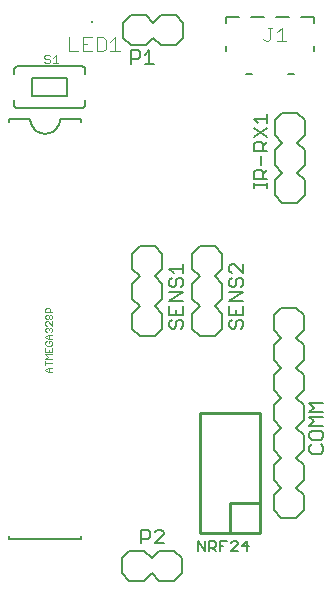
<source format=gto>
G75*
%MOIN*%
%OFA0B0*%
%FSLAX24Y24*%
%IPPOS*%
%LPD*%
%AMOC8*
5,1,8,0,0,1.08239X$1,22.5*
%
%ADD10C,0.0050*%
%ADD11C,0.0040*%
%ADD12C,0.0080*%
%ADD13R,0.0079X0.0079*%
%ADD14C,0.0100*%
%ADD15C,0.0070*%
%ADD16C,0.0020*%
D10*
X009974Y008320D02*
X009974Y008770D01*
X010199Y008770D01*
X010274Y008695D01*
X010274Y008545D01*
X010199Y008470D01*
X009974Y008470D01*
X010434Y008320D02*
X010734Y008620D01*
X010734Y008695D01*
X010659Y008770D01*
X010509Y008770D01*
X010434Y008695D01*
X010434Y008320D02*
X010734Y008320D01*
X015593Y011391D02*
X015668Y011316D01*
X015969Y011316D01*
X016044Y011391D01*
X016044Y011541D01*
X015969Y011617D01*
X015969Y011777D02*
X015668Y011777D01*
X015593Y011852D01*
X015593Y012002D01*
X015668Y012077D01*
X015969Y012077D01*
X016044Y012002D01*
X016044Y011852D01*
X015969Y011777D01*
X015668Y011617D02*
X015593Y011541D01*
X015593Y011391D01*
X015593Y012237D02*
X015743Y012387D01*
X015593Y012537D01*
X016044Y012537D01*
X016044Y012697D02*
X015593Y012697D01*
X015743Y012848D01*
X015593Y012998D01*
X016044Y012998D01*
X016044Y012237D02*
X015593Y012237D01*
X013300Y015483D02*
X013375Y015558D01*
X013375Y015708D01*
X013300Y015783D01*
X013225Y015783D01*
X013150Y015708D01*
X013150Y015558D01*
X013075Y015483D01*
X013000Y015483D01*
X012925Y015558D01*
X012925Y015708D01*
X013000Y015783D01*
X012925Y015943D02*
X013375Y015943D01*
X013375Y016244D01*
X013375Y016404D02*
X012925Y016404D01*
X013375Y016704D01*
X012925Y016704D01*
X013000Y016864D02*
X013075Y016864D01*
X013150Y016939D01*
X013150Y017089D01*
X013225Y017164D01*
X013300Y017164D01*
X013375Y017089D01*
X013375Y016939D01*
X013300Y016864D01*
X013000Y016864D02*
X012925Y016939D01*
X012925Y017089D01*
X013000Y017164D01*
X013000Y017325D02*
X012925Y017400D01*
X012925Y017550D01*
X013000Y017625D01*
X013075Y017625D01*
X013375Y017325D01*
X013375Y017625D01*
X012925Y016244D02*
X012925Y015943D01*
X013150Y015943D02*
X013150Y016094D01*
X011375Y015943D02*
X011375Y016244D01*
X011375Y016404D02*
X010925Y016404D01*
X011375Y016704D01*
X010925Y016704D01*
X011000Y016864D02*
X011075Y016864D01*
X011150Y016939D01*
X011150Y017089D01*
X011225Y017164D01*
X011300Y017164D01*
X011375Y017089D01*
X011375Y016939D01*
X011300Y016864D01*
X011000Y016864D02*
X010925Y016939D01*
X010925Y017089D01*
X011000Y017164D01*
X011075Y017325D02*
X010925Y017475D01*
X011375Y017475D01*
X011375Y017325D02*
X011375Y017625D01*
X010925Y016244D02*
X010925Y015943D01*
X011375Y015943D01*
X011300Y015783D02*
X011375Y015708D01*
X011375Y015558D01*
X011300Y015483D01*
X011150Y015558D02*
X011150Y015708D01*
X011225Y015783D01*
X011300Y015783D01*
X011150Y015943D02*
X011150Y016094D01*
X011000Y015783D02*
X010925Y015708D01*
X010925Y015558D01*
X011000Y015483D01*
X011075Y015483D01*
X011150Y015558D01*
X013735Y020175D02*
X013735Y020325D01*
X013735Y020250D02*
X014185Y020250D01*
X014185Y020175D02*
X014185Y020325D01*
X014185Y020482D02*
X013735Y020482D01*
X013735Y020707D01*
X013810Y020782D01*
X013960Y020782D01*
X014035Y020707D01*
X014035Y020482D01*
X014035Y020632D02*
X014185Y020782D01*
X013960Y020942D02*
X013960Y021243D01*
X014035Y021403D02*
X014035Y021628D01*
X013960Y021703D01*
X013810Y021703D01*
X013735Y021628D01*
X013735Y021403D01*
X014185Y021403D01*
X014035Y021553D02*
X014185Y021703D01*
X014185Y021863D02*
X013735Y022163D01*
X013885Y022323D02*
X013735Y022474D01*
X014185Y022474D01*
X014185Y022624D02*
X014185Y022323D01*
X014185Y022163D02*
X013735Y021863D01*
X013689Y023961D02*
X013473Y023961D01*
X012804Y024749D02*
X012804Y024906D01*
X012804Y025654D02*
X012804Y025851D01*
X013247Y025851D01*
X013640Y025851D02*
X014083Y025851D01*
X014477Y025851D02*
X014920Y025851D01*
X015313Y025851D02*
X015756Y025851D01*
X015756Y025654D01*
X015756Y024906D02*
X015756Y024749D01*
X015087Y023961D02*
X014871Y023961D01*
X010396Y024311D02*
X010096Y024311D01*
X010246Y024311D02*
X010246Y024762D01*
X010096Y024612D01*
X009936Y024687D02*
X009936Y024536D01*
X009861Y024461D01*
X009635Y024461D01*
X009635Y024311D02*
X009635Y024762D01*
X009861Y024762D01*
X009936Y024687D01*
D11*
X009263Y024725D02*
X008956Y024725D01*
X009110Y024725D02*
X009110Y025185D01*
X008956Y025032D01*
X008803Y025109D02*
X008726Y025185D01*
X008496Y025185D01*
X008496Y024725D01*
X008726Y024725D01*
X008803Y024802D01*
X008803Y025109D01*
X008342Y025185D02*
X008035Y025185D01*
X008035Y024725D01*
X008342Y024725D01*
X008189Y024955D02*
X008035Y024955D01*
X007882Y024725D02*
X007575Y024725D01*
X007575Y025185D01*
X014050Y025127D02*
X014127Y025050D01*
X014203Y025050D01*
X014280Y025127D01*
X014280Y025510D01*
X014203Y025510D02*
X014357Y025510D01*
X014510Y025357D02*
X014664Y025510D01*
X014664Y025050D01*
X014817Y025050D02*
X014510Y025050D01*
D12*
X005580Y008580D02*
X005580Y008480D01*
X007980Y008480D01*
X007980Y008580D01*
X009330Y007830D02*
X009330Y007330D01*
X009580Y007080D01*
X010080Y007080D01*
X010330Y007330D01*
X010580Y007080D01*
X011080Y007080D01*
X011330Y007330D01*
X011330Y007830D01*
X011080Y008080D01*
X010580Y008080D01*
X010330Y007830D01*
X010080Y008080D01*
X009580Y008080D01*
X009330Y007830D01*
X014394Y009430D02*
X014644Y009180D01*
X015144Y009180D01*
X015394Y009430D01*
X015394Y009930D01*
X015144Y010180D01*
X015394Y010430D01*
X015394Y010930D01*
X015144Y011180D01*
X015394Y011430D01*
X015394Y011930D01*
X015144Y012180D01*
X015394Y012430D01*
X015394Y012930D01*
X015144Y013180D01*
X015394Y013430D01*
X015394Y013930D01*
X015144Y014180D01*
X015394Y014430D01*
X015394Y014930D01*
X015144Y015180D01*
X015394Y015430D01*
X015394Y015930D01*
X015144Y016180D01*
X014644Y016180D01*
X014394Y015930D01*
X014394Y015430D01*
X014644Y015180D01*
X014394Y014930D01*
X014394Y014430D01*
X014644Y014180D01*
X014394Y013930D01*
X014394Y013430D01*
X014644Y013180D01*
X014394Y012930D01*
X014394Y012430D01*
X014644Y012180D01*
X014394Y011930D01*
X014394Y011430D01*
X014644Y011180D01*
X014394Y010930D01*
X014394Y010430D01*
X014644Y010180D01*
X014394Y009930D01*
X014394Y009430D01*
X012430Y015230D02*
X011930Y015230D01*
X011680Y015480D01*
X011680Y015980D01*
X011930Y016230D01*
X011680Y016480D01*
X011680Y016980D01*
X011930Y017230D01*
X011680Y017480D01*
X011680Y017980D01*
X011930Y018230D01*
X012430Y018230D01*
X012680Y017980D01*
X012680Y017480D01*
X012430Y017230D01*
X012680Y016980D01*
X012680Y016480D01*
X012430Y016230D01*
X012680Y015980D01*
X012680Y015480D01*
X012430Y015230D01*
X010680Y015480D02*
X010430Y015230D01*
X009930Y015230D01*
X009680Y015480D01*
X009680Y015980D01*
X009930Y016230D01*
X009680Y016480D01*
X009680Y016980D01*
X009930Y017230D01*
X009680Y017480D01*
X009680Y017980D01*
X009930Y018230D01*
X010430Y018230D01*
X010680Y017980D01*
X010680Y017480D01*
X010430Y017230D01*
X010680Y016980D01*
X010680Y016480D01*
X010430Y016230D01*
X010680Y015980D01*
X010680Y015480D01*
X014680Y019680D02*
X014430Y019930D01*
X014430Y020430D01*
X014680Y020680D01*
X014430Y020930D01*
X014430Y021430D01*
X014680Y021680D01*
X014430Y021930D01*
X014430Y022430D01*
X014680Y022680D01*
X015180Y022680D01*
X015430Y022430D01*
X015430Y021930D01*
X015180Y021680D01*
X015430Y021430D01*
X015430Y020930D01*
X015180Y020680D01*
X015430Y020430D01*
X015430Y019930D01*
X015180Y019680D01*
X014680Y019680D01*
X011130Y024930D02*
X010630Y024930D01*
X010380Y025180D01*
X010130Y024930D01*
X009630Y024930D01*
X009380Y025180D01*
X009380Y025680D01*
X009630Y025930D01*
X010130Y025930D01*
X010380Y025680D01*
X010630Y025930D01*
X011130Y025930D01*
X011380Y025680D01*
X011380Y025180D01*
X011130Y024930D01*
X008111Y024121D02*
X008111Y023963D01*
X008111Y024121D02*
X008110Y024138D01*
X008105Y024155D01*
X008098Y024170D01*
X008088Y024184D01*
X008076Y024196D01*
X008062Y024206D01*
X008047Y024213D01*
X008030Y024218D01*
X008013Y024219D01*
X005847Y024219D01*
X005830Y024218D01*
X005813Y024213D01*
X005798Y024206D01*
X005784Y024196D01*
X005772Y024184D01*
X005762Y024170D01*
X005755Y024155D01*
X005750Y024138D01*
X005749Y024121D01*
X005749Y023963D01*
X006339Y023825D02*
X006339Y023235D01*
X007521Y023235D01*
X007521Y023825D01*
X006339Y023825D01*
X005749Y023097D02*
X005749Y022939D01*
X005750Y022922D01*
X005755Y022905D01*
X005762Y022890D01*
X005772Y022876D01*
X005784Y022864D01*
X005798Y022854D01*
X005813Y022847D01*
X005830Y022842D01*
X005847Y022841D01*
X008013Y022841D01*
X008030Y022842D01*
X008047Y022847D01*
X008062Y022854D01*
X008076Y022864D01*
X008088Y022876D01*
X008098Y022890D01*
X008105Y022905D01*
X008110Y022922D01*
X008111Y022939D01*
X008111Y023097D01*
X007980Y022480D02*
X007980Y022380D01*
X007980Y022480D02*
X007280Y022480D01*
X007278Y022436D01*
X007272Y022393D01*
X007263Y022351D01*
X007250Y022309D01*
X007233Y022269D01*
X007213Y022230D01*
X007190Y022193D01*
X007163Y022159D01*
X007134Y022126D01*
X007101Y022097D01*
X007067Y022070D01*
X007030Y022047D01*
X006991Y022027D01*
X006951Y022010D01*
X006909Y021997D01*
X006867Y021988D01*
X006824Y021982D01*
X006780Y021980D01*
X006736Y021982D01*
X006693Y021988D01*
X006651Y021997D01*
X006609Y022010D01*
X006569Y022027D01*
X006530Y022047D01*
X006493Y022070D01*
X006459Y022097D01*
X006426Y022126D01*
X006397Y022159D01*
X006370Y022193D01*
X006347Y022230D01*
X006327Y022269D01*
X006310Y022309D01*
X006297Y022351D01*
X006288Y022393D01*
X006282Y022436D01*
X006280Y022480D01*
X005580Y022480D01*
X005580Y022380D01*
D13*
X008344Y025705D03*
D14*
X011930Y012680D02*
X013930Y012680D01*
X013930Y009680D01*
X012930Y009680D01*
X012930Y008680D01*
X011930Y008680D01*
X011930Y012680D01*
X013930Y009680D02*
X013930Y008680D01*
X012930Y008680D01*
D15*
X012830Y008395D02*
X012610Y008395D01*
X012610Y008065D01*
X012462Y008065D02*
X012352Y008175D01*
X012407Y008175D02*
X012242Y008175D01*
X012242Y008065D02*
X012242Y008395D01*
X012407Y008395D01*
X012462Y008340D01*
X012462Y008230D01*
X012407Y008175D01*
X012610Y008230D02*
X012720Y008230D01*
X012978Y008340D02*
X013033Y008395D01*
X013144Y008395D01*
X013199Y008340D01*
X013199Y008285D01*
X012978Y008065D01*
X013199Y008065D01*
X013347Y008230D02*
X013512Y008395D01*
X013512Y008065D01*
X013567Y008230D02*
X013347Y008230D01*
X012094Y008065D02*
X012094Y008395D01*
X011873Y008395D02*
X011873Y008065D01*
X012094Y008065D02*
X011873Y008395D01*
D16*
X007010Y014030D02*
X006863Y014030D01*
X006790Y014104D01*
X006863Y014177D01*
X007010Y014177D01*
X006900Y014177D02*
X006900Y014030D01*
X006790Y014251D02*
X006790Y014398D01*
X006790Y014324D02*
X007010Y014324D01*
X007010Y014472D02*
X006790Y014472D01*
X006863Y014545D01*
X006790Y014619D01*
X007010Y014619D01*
X007010Y014693D02*
X006790Y014693D01*
X006790Y014840D01*
X006827Y014914D02*
X006973Y014914D01*
X007010Y014951D01*
X007010Y015024D01*
X006973Y015061D01*
X006900Y015061D01*
X006900Y014987D01*
X006827Y014914D02*
X006790Y014951D01*
X006790Y015024D01*
X006827Y015061D01*
X006863Y015135D02*
X006790Y015208D01*
X006863Y015282D01*
X007010Y015282D01*
X006973Y015356D02*
X007010Y015393D01*
X007010Y015466D01*
X006973Y015503D01*
X006937Y015503D01*
X006900Y015466D01*
X006900Y015429D01*
X006900Y015466D02*
X006863Y015503D01*
X006827Y015503D01*
X006790Y015466D01*
X006790Y015393D01*
X006827Y015356D01*
X006900Y015282D02*
X006900Y015135D01*
X006863Y015135D02*
X007010Y015135D01*
X007010Y014840D02*
X007010Y014693D01*
X006900Y014693D02*
X006900Y014766D01*
X006827Y015577D02*
X006790Y015614D01*
X006790Y015687D01*
X006827Y015724D01*
X006863Y015724D01*
X007010Y015577D01*
X007010Y015724D01*
X006973Y015798D02*
X007010Y015835D01*
X007010Y015908D01*
X006973Y015945D01*
X006937Y015945D01*
X006900Y015908D01*
X006900Y015835D01*
X006863Y015798D01*
X006827Y015798D01*
X006790Y015835D01*
X006790Y015908D01*
X006827Y015945D01*
X006863Y015945D01*
X006900Y015908D01*
X006900Y015835D02*
X006937Y015798D01*
X006973Y015798D01*
X006937Y016019D02*
X006937Y016129D01*
X006900Y016166D01*
X006827Y016166D01*
X006790Y016129D01*
X006790Y016019D01*
X007010Y016019D01*
X007035Y024327D02*
X007222Y024327D01*
X007129Y024327D02*
X007129Y024608D01*
X007035Y024514D01*
X006946Y024561D02*
X006899Y024608D01*
X006806Y024608D01*
X006759Y024561D01*
X006759Y024514D01*
X006806Y024468D01*
X006899Y024468D01*
X006946Y024421D01*
X006946Y024374D01*
X006899Y024327D01*
X006806Y024327D01*
X006759Y024374D01*
M02*

</source>
